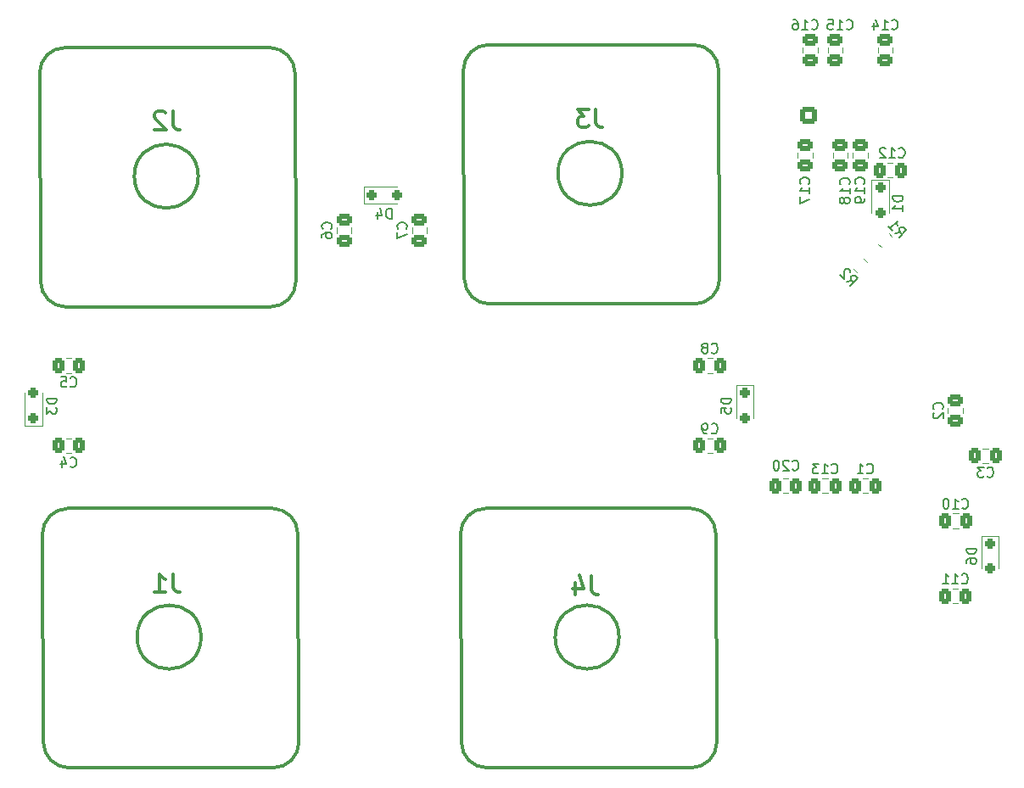
<source format=gbo>
G04 #@! TF.GenerationSoftware,KiCad,Pcbnew,7.0.1*
G04 #@! TF.CreationDate,2023-05-14T23:30:35+02:00*
G04 #@! TF.ProjectId,K_relay,4b5f7265-6c61-4792-9e6b-696361645f70,rev?*
G04 #@! TF.SameCoordinates,Original*
G04 #@! TF.FileFunction,Legend,Bot*
G04 #@! TF.FilePolarity,Positive*
%FSLAX46Y46*%
G04 Gerber Fmt 4.6, Leading zero omitted, Abs format (unit mm)*
G04 Created by KiCad (PCBNEW 7.0.1) date 2023-05-14 23:30:35*
%MOMM*%
%LPD*%
G01*
G04 APERTURE LIST*
G04 Aperture macros list*
%AMRoundRect*
0 Rectangle with rounded corners*
0 $1 Rounding radius*
0 $2 $3 $4 $5 $6 $7 $8 $9 X,Y pos of 4 corners*
0 Add a 4 corners polygon primitive as box body*
4,1,4,$2,$3,$4,$5,$6,$7,$8,$9,$2,$3,0*
0 Add four circle primitives for the rounded corners*
1,1,$1+$1,$2,$3*
1,1,$1+$1,$4,$5*
1,1,$1+$1,$6,$7*
1,1,$1+$1,$8,$9*
0 Add four rect primitives between the rounded corners*
20,1,$1+$1,$2,$3,$4,$5,0*
20,1,$1+$1,$4,$5,$6,$7,0*
20,1,$1+$1,$6,$7,$8,$9,0*
20,1,$1+$1,$8,$9,$2,$3,0*%
G04 Aperture macros list end*
%ADD10C,0.150000*%
%ADD11C,0.370000*%
%ADD12C,0.120000*%
%ADD13C,0.300000*%
%ADD14R,1.950000X1.950000*%
%ADD15C,3.600000*%
%ADD16C,1.803400*%
%ADD17R,1.500000X1.500000*%
%ADD18C,1.500000*%
%ADD19C,1.998980*%
%ADD20C,2.499360*%
%ADD21RoundRect,0.250000X0.600000X-0.600000X0.600000X0.600000X-0.600000X0.600000X-0.600000X-0.600000X0*%
%ADD22C,1.700000*%
%ADD23RoundRect,0.250000X-0.337500X-0.475000X0.337500X-0.475000X0.337500X0.475000X-0.337500X0.475000X0*%
%ADD24RoundRect,0.250000X0.250000X-0.250000X0.250000X0.250000X-0.250000X0.250000X-0.250000X-0.250000X0*%
%ADD25RoundRect,0.250000X-0.250000X0.250000X-0.250000X-0.250000X0.250000X-0.250000X0.250000X0.250000X0*%
%ADD26RoundRect,0.250000X-0.250000X-0.250000X0.250000X-0.250000X0.250000X0.250000X-0.250000X0.250000X0*%
%ADD27RoundRect,0.250000X0.337500X0.475000X-0.337500X0.475000X-0.337500X-0.475000X0.337500X-0.475000X0*%
%ADD28C,6.000000*%
%ADD29RoundRect,0.250000X-0.475000X0.337500X-0.475000X-0.337500X0.475000X-0.337500X0.475000X0.337500X0*%
%ADD30RoundRect,0.250000X0.565685X0.070711X0.070711X0.565685X-0.565685X-0.070711X-0.070711X-0.565685X0*%
%ADD31RoundRect,0.250000X0.475000X-0.337500X0.475000X0.337500X-0.475000X0.337500X-0.475000X-0.337500X0*%
%ADD32RoundRect,0.250000X-0.565685X-0.070711X-0.070711X-0.565685X0.565685X0.070711X0.070711X0.565685X0*%
G04 APERTURE END LIST*
D10*
X231242857Y-90367380D02*
X231290476Y-90415000D01*
X231290476Y-90415000D02*
X231433333Y-90462619D01*
X231433333Y-90462619D02*
X231528571Y-90462619D01*
X231528571Y-90462619D02*
X231671428Y-90415000D01*
X231671428Y-90415000D02*
X231766666Y-90319761D01*
X231766666Y-90319761D02*
X231814285Y-90224523D01*
X231814285Y-90224523D02*
X231861904Y-90034047D01*
X231861904Y-90034047D02*
X231861904Y-89891190D01*
X231861904Y-89891190D02*
X231814285Y-89700714D01*
X231814285Y-89700714D02*
X231766666Y-89605476D01*
X231766666Y-89605476D02*
X231671428Y-89510238D01*
X231671428Y-89510238D02*
X231528571Y-89462619D01*
X231528571Y-89462619D02*
X231433333Y-89462619D01*
X231433333Y-89462619D02*
X231290476Y-89510238D01*
X231290476Y-89510238D02*
X231242857Y-89557857D01*
X230861904Y-89557857D02*
X230814285Y-89510238D01*
X230814285Y-89510238D02*
X230719047Y-89462619D01*
X230719047Y-89462619D02*
X230480952Y-89462619D01*
X230480952Y-89462619D02*
X230385714Y-89510238D01*
X230385714Y-89510238D02*
X230338095Y-89557857D01*
X230338095Y-89557857D02*
X230290476Y-89653095D01*
X230290476Y-89653095D02*
X230290476Y-89748333D01*
X230290476Y-89748333D02*
X230338095Y-89891190D01*
X230338095Y-89891190D02*
X230909523Y-90462619D01*
X230909523Y-90462619D02*
X230290476Y-90462619D01*
X229671428Y-89462619D02*
X229576190Y-89462619D01*
X229576190Y-89462619D02*
X229480952Y-89510238D01*
X229480952Y-89510238D02*
X229433333Y-89557857D01*
X229433333Y-89557857D02*
X229385714Y-89653095D01*
X229385714Y-89653095D02*
X229338095Y-89843571D01*
X229338095Y-89843571D02*
X229338095Y-90081666D01*
X229338095Y-90081666D02*
X229385714Y-90272142D01*
X229385714Y-90272142D02*
X229433333Y-90367380D01*
X229433333Y-90367380D02*
X229480952Y-90415000D01*
X229480952Y-90415000D02*
X229576190Y-90462619D01*
X229576190Y-90462619D02*
X229671428Y-90462619D01*
X229671428Y-90462619D02*
X229766666Y-90415000D01*
X229766666Y-90415000D02*
X229814285Y-90367380D01*
X229814285Y-90367380D02*
X229861904Y-90272142D01*
X229861904Y-90272142D02*
X229909523Y-90081666D01*
X229909523Y-90081666D02*
X229909523Y-89843571D01*
X229909523Y-89843571D02*
X229861904Y-89653095D01*
X229861904Y-89653095D02*
X229814285Y-89557857D01*
X229814285Y-89557857D02*
X229766666Y-89510238D01*
X229766666Y-89510238D02*
X229671428Y-89462619D01*
X157812619Y-83261905D02*
X156812619Y-83261905D01*
X156812619Y-83261905D02*
X156812619Y-83500000D01*
X156812619Y-83500000D02*
X156860238Y-83642857D01*
X156860238Y-83642857D02*
X156955476Y-83738095D01*
X156955476Y-83738095D02*
X157050714Y-83785714D01*
X157050714Y-83785714D02*
X157241190Y-83833333D01*
X157241190Y-83833333D02*
X157384047Y-83833333D01*
X157384047Y-83833333D02*
X157574523Y-83785714D01*
X157574523Y-83785714D02*
X157669761Y-83738095D01*
X157669761Y-83738095D02*
X157765000Y-83642857D01*
X157765000Y-83642857D02*
X157812619Y-83500000D01*
X157812619Y-83500000D02*
X157812619Y-83261905D01*
X156812619Y-84166667D02*
X156812619Y-84785714D01*
X156812619Y-84785714D02*
X157193571Y-84452381D01*
X157193571Y-84452381D02*
X157193571Y-84595238D01*
X157193571Y-84595238D02*
X157241190Y-84690476D01*
X157241190Y-84690476D02*
X157288809Y-84738095D01*
X157288809Y-84738095D02*
X157384047Y-84785714D01*
X157384047Y-84785714D02*
X157622142Y-84785714D01*
X157622142Y-84785714D02*
X157717380Y-84738095D01*
X157717380Y-84738095D02*
X157765000Y-84690476D01*
X157765000Y-84690476D02*
X157812619Y-84595238D01*
X157812619Y-84595238D02*
X157812619Y-84309524D01*
X157812619Y-84309524D02*
X157765000Y-84214286D01*
X157765000Y-84214286D02*
X157717380Y-84166667D01*
X249612619Y-98261905D02*
X248612619Y-98261905D01*
X248612619Y-98261905D02*
X248612619Y-98500000D01*
X248612619Y-98500000D02*
X248660238Y-98642857D01*
X248660238Y-98642857D02*
X248755476Y-98738095D01*
X248755476Y-98738095D02*
X248850714Y-98785714D01*
X248850714Y-98785714D02*
X249041190Y-98833333D01*
X249041190Y-98833333D02*
X249184047Y-98833333D01*
X249184047Y-98833333D02*
X249374523Y-98785714D01*
X249374523Y-98785714D02*
X249469761Y-98738095D01*
X249469761Y-98738095D02*
X249565000Y-98642857D01*
X249565000Y-98642857D02*
X249612619Y-98500000D01*
X249612619Y-98500000D02*
X249612619Y-98261905D01*
X248612619Y-99690476D02*
X248612619Y-99500000D01*
X248612619Y-99500000D02*
X248660238Y-99404762D01*
X248660238Y-99404762D02*
X248707857Y-99357143D01*
X248707857Y-99357143D02*
X248850714Y-99261905D01*
X248850714Y-99261905D02*
X249041190Y-99214286D01*
X249041190Y-99214286D02*
X249422142Y-99214286D01*
X249422142Y-99214286D02*
X249517380Y-99261905D01*
X249517380Y-99261905D02*
X249565000Y-99309524D01*
X249565000Y-99309524D02*
X249612619Y-99404762D01*
X249612619Y-99404762D02*
X249612619Y-99595238D01*
X249612619Y-99595238D02*
X249565000Y-99690476D01*
X249565000Y-99690476D02*
X249517380Y-99738095D01*
X249517380Y-99738095D02*
X249422142Y-99785714D01*
X249422142Y-99785714D02*
X249184047Y-99785714D01*
X249184047Y-99785714D02*
X249088809Y-99738095D01*
X249088809Y-99738095D02*
X249041190Y-99690476D01*
X249041190Y-99690476D02*
X248993571Y-99595238D01*
X248993571Y-99595238D02*
X248993571Y-99404762D01*
X248993571Y-99404762D02*
X249041190Y-99309524D01*
X249041190Y-99309524D02*
X249088809Y-99261905D01*
X249088809Y-99261905D02*
X249184047Y-99214286D01*
X191238094Y-65312619D02*
X191238094Y-64312619D01*
X191238094Y-64312619D02*
X190999999Y-64312619D01*
X190999999Y-64312619D02*
X190857142Y-64360238D01*
X190857142Y-64360238D02*
X190761904Y-64455476D01*
X190761904Y-64455476D02*
X190714285Y-64550714D01*
X190714285Y-64550714D02*
X190666666Y-64741190D01*
X190666666Y-64741190D02*
X190666666Y-64884047D01*
X190666666Y-64884047D02*
X190714285Y-65074523D01*
X190714285Y-65074523D02*
X190761904Y-65169761D01*
X190761904Y-65169761D02*
X190857142Y-65265000D01*
X190857142Y-65265000D02*
X190999999Y-65312619D01*
X190999999Y-65312619D02*
X191238094Y-65312619D01*
X189809523Y-64645952D02*
X189809523Y-65312619D01*
X190047618Y-64265000D02*
X190285713Y-64979285D01*
X190285713Y-64979285D02*
X189666666Y-64979285D01*
X248142857Y-101687380D02*
X248190476Y-101735000D01*
X248190476Y-101735000D02*
X248333333Y-101782619D01*
X248333333Y-101782619D02*
X248428571Y-101782619D01*
X248428571Y-101782619D02*
X248571428Y-101735000D01*
X248571428Y-101735000D02*
X248666666Y-101639761D01*
X248666666Y-101639761D02*
X248714285Y-101544523D01*
X248714285Y-101544523D02*
X248761904Y-101354047D01*
X248761904Y-101354047D02*
X248761904Y-101211190D01*
X248761904Y-101211190D02*
X248714285Y-101020714D01*
X248714285Y-101020714D02*
X248666666Y-100925476D01*
X248666666Y-100925476D02*
X248571428Y-100830238D01*
X248571428Y-100830238D02*
X248428571Y-100782619D01*
X248428571Y-100782619D02*
X248333333Y-100782619D01*
X248333333Y-100782619D02*
X248190476Y-100830238D01*
X248190476Y-100830238D02*
X248142857Y-100877857D01*
X247190476Y-101782619D02*
X247761904Y-101782619D01*
X247476190Y-101782619D02*
X247476190Y-100782619D01*
X247476190Y-100782619D02*
X247571428Y-100925476D01*
X247571428Y-100925476D02*
X247666666Y-101020714D01*
X247666666Y-101020714D02*
X247761904Y-101068333D01*
X246238095Y-101782619D02*
X246809523Y-101782619D01*
X246523809Y-101782619D02*
X246523809Y-100782619D01*
X246523809Y-100782619D02*
X246619047Y-100925476D01*
X246619047Y-100925476D02*
X246714285Y-101020714D01*
X246714285Y-101020714D02*
X246809523Y-101068333D01*
D11*
X169399999Y-54632714D02*
X169399999Y-55918428D01*
X169399999Y-55918428D02*
X169485714Y-56175571D01*
X169485714Y-56175571D02*
X169657142Y-56347000D01*
X169657142Y-56347000D02*
X169914285Y-56432714D01*
X169914285Y-56432714D02*
X170085714Y-56432714D01*
X168628570Y-54804142D02*
X168542856Y-54718428D01*
X168542856Y-54718428D02*
X168371428Y-54632714D01*
X168371428Y-54632714D02*
X167942856Y-54632714D01*
X167942856Y-54632714D02*
X167771428Y-54718428D01*
X167771428Y-54718428D02*
X167685713Y-54804142D01*
X167685713Y-54804142D02*
X167599999Y-54975571D01*
X167599999Y-54975571D02*
X167599999Y-55147000D01*
X167599999Y-55147000D02*
X167685713Y-55404142D01*
X167685713Y-55404142D02*
X168714285Y-56432714D01*
X168714285Y-56432714D02*
X167599999Y-56432714D01*
X211599999Y-54432714D02*
X211599999Y-55718428D01*
X211599999Y-55718428D02*
X211685714Y-55975571D01*
X211685714Y-55975571D02*
X211857142Y-56147000D01*
X211857142Y-56147000D02*
X212114285Y-56232714D01*
X212114285Y-56232714D02*
X212285714Y-56232714D01*
X210914285Y-54432714D02*
X209799999Y-54432714D01*
X209799999Y-54432714D02*
X210399999Y-55118428D01*
X210399999Y-55118428D02*
X210142856Y-55118428D01*
X210142856Y-55118428D02*
X209971428Y-55204142D01*
X209971428Y-55204142D02*
X209885713Y-55289857D01*
X209885713Y-55289857D02*
X209799999Y-55461285D01*
X209799999Y-55461285D02*
X209799999Y-55889857D01*
X209799999Y-55889857D02*
X209885713Y-56061285D01*
X209885713Y-56061285D02*
X209971428Y-56147000D01*
X209971428Y-56147000D02*
X210142856Y-56232714D01*
X210142856Y-56232714D02*
X210657142Y-56232714D01*
X210657142Y-56232714D02*
X210828570Y-56147000D01*
X210828570Y-56147000D02*
X210914285Y-56061285D01*
X211199999Y-101032714D02*
X211199999Y-102318428D01*
X211199999Y-102318428D02*
X211285714Y-102575571D01*
X211285714Y-102575571D02*
X211457142Y-102747000D01*
X211457142Y-102747000D02*
X211714285Y-102832714D01*
X211714285Y-102832714D02*
X211885714Y-102832714D01*
X209571428Y-101632714D02*
X209571428Y-102832714D01*
X209999999Y-100947000D02*
X210428570Y-102232714D01*
X210428570Y-102232714D02*
X209314285Y-102232714D01*
D10*
X238367380Y-61857142D02*
X238415000Y-61809523D01*
X238415000Y-61809523D02*
X238462619Y-61666666D01*
X238462619Y-61666666D02*
X238462619Y-61571428D01*
X238462619Y-61571428D02*
X238415000Y-61428571D01*
X238415000Y-61428571D02*
X238319761Y-61333333D01*
X238319761Y-61333333D02*
X238224523Y-61285714D01*
X238224523Y-61285714D02*
X238034047Y-61238095D01*
X238034047Y-61238095D02*
X237891190Y-61238095D01*
X237891190Y-61238095D02*
X237700714Y-61285714D01*
X237700714Y-61285714D02*
X237605476Y-61333333D01*
X237605476Y-61333333D02*
X237510238Y-61428571D01*
X237510238Y-61428571D02*
X237462619Y-61571428D01*
X237462619Y-61571428D02*
X237462619Y-61666666D01*
X237462619Y-61666666D02*
X237510238Y-61809523D01*
X237510238Y-61809523D02*
X237557857Y-61857142D01*
X238462619Y-62809523D02*
X238462619Y-62238095D01*
X238462619Y-62523809D02*
X237462619Y-62523809D01*
X237462619Y-62523809D02*
X237605476Y-62428571D01*
X237605476Y-62428571D02*
X237700714Y-62333333D01*
X237700714Y-62333333D02*
X237748333Y-62238095D01*
X238462619Y-63285714D02*
X238462619Y-63476190D01*
X238462619Y-63476190D02*
X238415000Y-63571428D01*
X238415000Y-63571428D02*
X238367380Y-63619047D01*
X238367380Y-63619047D02*
X238224523Y-63714285D01*
X238224523Y-63714285D02*
X238034047Y-63761904D01*
X238034047Y-63761904D02*
X237653095Y-63761904D01*
X237653095Y-63761904D02*
X237557857Y-63714285D01*
X237557857Y-63714285D02*
X237510238Y-63666666D01*
X237510238Y-63666666D02*
X237462619Y-63571428D01*
X237462619Y-63571428D02*
X237462619Y-63380952D01*
X237462619Y-63380952D02*
X237510238Y-63285714D01*
X237510238Y-63285714D02*
X237557857Y-63238095D01*
X237557857Y-63238095D02*
X237653095Y-63190476D01*
X237653095Y-63190476D02*
X237891190Y-63190476D01*
X237891190Y-63190476D02*
X237986428Y-63238095D01*
X237986428Y-63238095D02*
X238034047Y-63285714D01*
X238034047Y-63285714D02*
X238081666Y-63380952D01*
X238081666Y-63380952D02*
X238081666Y-63571428D01*
X238081666Y-63571428D02*
X238034047Y-63666666D01*
X238034047Y-63666666D02*
X237986428Y-63714285D01*
X237986428Y-63714285D02*
X237891190Y-63761904D01*
X242262619Y-63061905D02*
X241262619Y-63061905D01*
X241262619Y-63061905D02*
X241262619Y-63300000D01*
X241262619Y-63300000D02*
X241310238Y-63442857D01*
X241310238Y-63442857D02*
X241405476Y-63538095D01*
X241405476Y-63538095D02*
X241500714Y-63585714D01*
X241500714Y-63585714D02*
X241691190Y-63633333D01*
X241691190Y-63633333D02*
X241834047Y-63633333D01*
X241834047Y-63633333D02*
X242024523Y-63585714D01*
X242024523Y-63585714D02*
X242119761Y-63538095D01*
X242119761Y-63538095D02*
X242215000Y-63442857D01*
X242215000Y-63442857D02*
X242262619Y-63300000D01*
X242262619Y-63300000D02*
X242262619Y-63061905D01*
X242262619Y-64585714D02*
X242262619Y-64014286D01*
X242262619Y-64300000D02*
X241262619Y-64300000D01*
X241262619Y-64300000D02*
X241405476Y-64204762D01*
X241405476Y-64204762D02*
X241500714Y-64109524D01*
X241500714Y-64109524D02*
X241548333Y-64014286D01*
X241457455Y-66778245D02*
X242029875Y-66677230D01*
X241861516Y-67182306D02*
X242568623Y-66475200D01*
X242568623Y-66475200D02*
X242299249Y-66205826D01*
X242299249Y-66205826D02*
X242198234Y-66172154D01*
X242198234Y-66172154D02*
X242130890Y-66172154D01*
X242130890Y-66172154D02*
X242029875Y-66205826D01*
X242029875Y-66205826D02*
X241928860Y-66306841D01*
X241928860Y-66306841D02*
X241895188Y-66407856D01*
X241895188Y-66407856D02*
X241895188Y-66475200D01*
X241895188Y-66475200D02*
X241928860Y-66576215D01*
X241928860Y-66576215D02*
X242198234Y-66845589D01*
X240784020Y-66104810D02*
X241188081Y-66508871D01*
X240986051Y-66306841D02*
X241693157Y-65599734D01*
X241693157Y-65599734D02*
X241659486Y-65768093D01*
X241659486Y-65768093D02*
X241659486Y-65902780D01*
X241659486Y-65902780D02*
X241693157Y-66003795D01*
X223166666Y-78687380D02*
X223214285Y-78735000D01*
X223214285Y-78735000D02*
X223357142Y-78782619D01*
X223357142Y-78782619D02*
X223452380Y-78782619D01*
X223452380Y-78782619D02*
X223595237Y-78735000D01*
X223595237Y-78735000D02*
X223690475Y-78639761D01*
X223690475Y-78639761D02*
X223738094Y-78544523D01*
X223738094Y-78544523D02*
X223785713Y-78354047D01*
X223785713Y-78354047D02*
X223785713Y-78211190D01*
X223785713Y-78211190D02*
X223738094Y-78020714D01*
X223738094Y-78020714D02*
X223690475Y-77925476D01*
X223690475Y-77925476D02*
X223595237Y-77830238D01*
X223595237Y-77830238D02*
X223452380Y-77782619D01*
X223452380Y-77782619D02*
X223357142Y-77782619D01*
X223357142Y-77782619D02*
X223214285Y-77830238D01*
X223214285Y-77830238D02*
X223166666Y-77877857D01*
X222595237Y-78211190D02*
X222690475Y-78163571D01*
X222690475Y-78163571D02*
X222738094Y-78115952D01*
X222738094Y-78115952D02*
X222785713Y-78020714D01*
X222785713Y-78020714D02*
X222785713Y-77973095D01*
X222785713Y-77973095D02*
X222738094Y-77877857D01*
X222738094Y-77877857D02*
X222690475Y-77830238D01*
X222690475Y-77830238D02*
X222595237Y-77782619D01*
X222595237Y-77782619D02*
X222404761Y-77782619D01*
X222404761Y-77782619D02*
X222309523Y-77830238D01*
X222309523Y-77830238D02*
X222261904Y-77877857D01*
X222261904Y-77877857D02*
X222214285Y-77973095D01*
X222214285Y-77973095D02*
X222214285Y-78020714D01*
X222214285Y-78020714D02*
X222261904Y-78115952D01*
X222261904Y-78115952D02*
X222309523Y-78163571D01*
X222309523Y-78163571D02*
X222404761Y-78211190D01*
X222404761Y-78211190D02*
X222595237Y-78211190D01*
X222595237Y-78211190D02*
X222690475Y-78258809D01*
X222690475Y-78258809D02*
X222738094Y-78306428D01*
X222738094Y-78306428D02*
X222785713Y-78401666D01*
X222785713Y-78401666D02*
X222785713Y-78592142D01*
X222785713Y-78592142D02*
X222738094Y-78687380D01*
X222738094Y-78687380D02*
X222690475Y-78735000D01*
X222690475Y-78735000D02*
X222595237Y-78782619D01*
X222595237Y-78782619D02*
X222404761Y-78782619D01*
X222404761Y-78782619D02*
X222309523Y-78735000D01*
X222309523Y-78735000D02*
X222261904Y-78687380D01*
X222261904Y-78687380D02*
X222214285Y-78592142D01*
X222214285Y-78592142D02*
X222214285Y-78401666D01*
X222214285Y-78401666D02*
X222261904Y-78306428D01*
X222261904Y-78306428D02*
X222309523Y-78258809D01*
X222309523Y-78258809D02*
X222404761Y-78211190D01*
X223166666Y-86687380D02*
X223214285Y-86735000D01*
X223214285Y-86735000D02*
X223357142Y-86782619D01*
X223357142Y-86782619D02*
X223452380Y-86782619D01*
X223452380Y-86782619D02*
X223595237Y-86735000D01*
X223595237Y-86735000D02*
X223690475Y-86639761D01*
X223690475Y-86639761D02*
X223738094Y-86544523D01*
X223738094Y-86544523D02*
X223785713Y-86354047D01*
X223785713Y-86354047D02*
X223785713Y-86211190D01*
X223785713Y-86211190D02*
X223738094Y-86020714D01*
X223738094Y-86020714D02*
X223690475Y-85925476D01*
X223690475Y-85925476D02*
X223595237Y-85830238D01*
X223595237Y-85830238D02*
X223452380Y-85782619D01*
X223452380Y-85782619D02*
X223357142Y-85782619D01*
X223357142Y-85782619D02*
X223214285Y-85830238D01*
X223214285Y-85830238D02*
X223166666Y-85877857D01*
X222690475Y-86782619D02*
X222499999Y-86782619D01*
X222499999Y-86782619D02*
X222404761Y-86735000D01*
X222404761Y-86735000D02*
X222357142Y-86687380D01*
X222357142Y-86687380D02*
X222261904Y-86544523D01*
X222261904Y-86544523D02*
X222214285Y-86354047D01*
X222214285Y-86354047D02*
X222214285Y-85973095D01*
X222214285Y-85973095D02*
X222261904Y-85877857D01*
X222261904Y-85877857D02*
X222309523Y-85830238D01*
X222309523Y-85830238D02*
X222404761Y-85782619D01*
X222404761Y-85782619D02*
X222595237Y-85782619D01*
X222595237Y-85782619D02*
X222690475Y-85830238D01*
X222690475Y-85830238D02*
X222738094Y-85877857D01*
X222738094Y-85877857D02*
X222785713Y-85973095D01*
X222785713Y-85973095D02*
X222785713Y-86211190D01*
X222785713Y-86211190D02*
X222738094Y-86306428D01*
X222738094Y-86306428D02*
X222690475Y-86354047D01*
X222690475Y-86354047D02*
X222595237Y-86401666D01*
X222595237Y-86401666D02*
X222404761Y-86401666D01*
X222404761Y-86401666D02*
X222309523Y-86354047D01*
X222309523Y-86354047D02*
X222261904Y-86306428D01*
X222261904Y-86306428D02*
X222214285Y-86211190D01*
X241142857Y-46367380D02*
X241190476Y-46415000D01*
X241190476Y-46415000D02*
X241333333Y-46462619D01*
X241333333Y-46462619D02*
X241428571Y-46462619D01*
X241428571Y-46462619D02*
X241571428Y-46415000D01*
X241571428Y-46415000D02*
X241666666Y-46319761D01*
X241666666Y-46319761D02*
X241714285Y-46224523D01*
X241714285Y-46224523D02*
X241761904Y-46034047D01*
X241761904Y-46034047D02*
X241761904Y-45891190D01*
X241761904Y-45891190D02*
X241714285Y-45700714D01*
X241714285Y-45700714D02*
X241666666Y-45605476D01*
X241666666Y-45605476D02*
X241571428Y-45510238D01*
X241571428Y-45510238D02*
X241428571Y-45462619D01*
X241428571Y-45462619D02*
X241333333Y-45462619D01*
X241333333Y-45462619D02*
X241190476Y-45510238D01*
X241190476Y-45510238D02*
X241142857Y-45557857D01*
X240190476Y-46462619D02*
X240761904Y-46462619D01*
X240476190Y-46462619D02*
X240476190Y-45462619D01*
X240476190Y-45462619D02*
X240571428Y-45605476D01*
X240571428Y-45605476D02*
X240666666Y-45700714D01*
X240666666Y-45700714D02*
X240761904Y-45748333D01*
X239333333Y-45795952D02*
X239333333Y-46462619D01*
X239571428Y-45415000D02*
X239809523Y-46129285D01*
X239809523Y-46129285D02*
X239190476Y-46129285D01*
X236624003Y-71611697D02*
X237196423Y-71510682D01*
X237028064Y-72015758D02*
X237735171Y-71308652D01*
X237735171Y-71308652D02*
X237465797Y-71039278D01*
X237465797Y-71039278D02*
X237364782Y-71005606D01*
X237364782Y-71005606D02*
X237297438Y-71005606D01*
X237297438Y-71005606D02*
X237196423Y-71039278D01*
X237196423Y-71039278D02*
X237095408Y-71140293D01*
X237095408Y-71140293D02*
X237061736Y-71241308D01*
X237061736Y-71241308D02*
X237061736Y-71308652D01*
X237061736Y-71308652D02*
X237095408Y-71409667D01*
X237095408Y-71409667D02*
X237364782Y-71679041D01*
X236994392Y-70702560D02*
X236994392Y-70635217D01*
X236994392Y-70635217D02*
X236960721Y-70534201D01*
X236960721Y-70534201D02*
X236792362Y-70365843D01*
X236792362Y-70365843D02*
X236691347Y-70332171D01*
X236691347Y-70332171D02*
X236624003Y-70332171D01*
X236624003Y-70332171D02*
X236522988Y-70365843D01*
X236522988Y-70365843D02*
X236455644Y-70433186D01*
X236455644Y-70433186D02*
X236388301Y-70567873D01*
X236388301Y-70567873D02*
X236388301Y-71375995D01*
X236388301Y-71375995D02*
X235950568Y-70938262D01*
X238666666Y-90687380D02*
X238714285Y-90735000D01*
X238714285Y-90735000D02*
X238857142Y-90782619D01*
X238857142Y-90782619D02*
X238952380Y-90782619D01*
X238952380Y-90782619D02*
X239095237Y-90735000D01*
X239095237Y-90735000D02*
X239190475Y-90639761D01*
X239190475Y-90639761D02*
X239238094Y-90544523D01*
X239238094Y-90544523D02*
X239285713Y-90354047D01*
X239285713Y-90354047D02*
X239285713Y-90211190D01*
X239285713Y-90211190D02*
X239238094Y-90020714D01*
X239238094Y-90020714D02*
X239190475Y-89925476D01*
X239190475Y-89925476D02*
X239095237Y-89830238D01*
X239095237Y-89830238D02*
X238952380Y-89782619D01*
X238952380Y-89782619D02*
X238857142Y-89782619D01*
X238857142Y-89782619D02*
X238714285Y-89830238D01*
X238714285Y-89830238D02*
X238666666Y-89877857D01*
X237714285Y-90782619D02*
X238285713Y-90782619D01*
X237999999Y-90782619D02*
X237999999Y-89782619D01*
X237999999Y-89782619D02*
X238095237Y-89925476D01*
X238095237Y-89925476D02*
X238190475Y-90020714D01*
X238190475Y-90020714D02*
X238285713Y-90068333D01*
X248180357Y-94187380D02*
X248227976Y-94235000D01*
X248227976Y-94235000D02*
X248370833Y-94282619D01*
X248370833Y-94282619D02*
X248466071Y-94282619D01*
X248466071Y-94282619D02*
X248608928Y-94235000D01*
X248608928Y-94235000D02*
X248704166Y-94139761D01*
X248704166Y-94139761D02*
X248751785Y-94044523D01*
X248751785Y-94044523D02*
X248799404Y-93854047D01*
X248799404Y-93854047D02*
X248799404Y-93711190D01*
X248799404Y-93711190D02*
X248751785Y-93520714D01*
X248751785Y-93520714D02*
X248704166Y-93425476D01*
X248704166Y-93425476D02*
X248608928Y-93330238D01*
X248608928Y-93330238D02*
X248466071Y-93282619D01*
X248466071Y-93282619D02*
X248370833Y-93282619D01*
X248370833Y-93282619D02*
X248227976Y-93330238D01*
X248227976Y-93330238D02*
X248180357Y-93377857D01*
X247227976Y-94282619D02*
X247799404Y-94282619D01*
X247513690Y-94282619D02*
X247513690Y-93282619D01*
X247513690Y-93282619D02*
X247608928Y-93425476D01*
X247608928Y-93425476D02*
X247704166Y-93520714D01*
X247704166Y-93520714D02*
X247799404Y-93568333D01*
X246608928Y-93282619D02*
X246513690Y-93282619D01*
X246513690Y-93282619D02*
X246418452Y-93330238D01*
X246418452Y-93330238D02*
X246370833Y-93377857D01*
X246370833Y-93377857D02*
X246323214Y-93473095D01*
X246323214Y-93473095D02*
X246275595Y-93663571D01*
X246275595Y-93663571D02*
X246275595Y-93901666D01*
X246275595Y-93901666D02*
X246323214Y-94092142D01*
X246323214Y-94092142D02*
X246370833Y-94187380D01*
X246370833Y-94187380D02*
X246418452Y-94235000D01*
X246418452Y-94235000D02*
X246513690Y-94282619D01*
X246513690Y-94282619D02*
X246608928Y-94282619D01*
X246608928Y-94282619D02*
X246704166Y-94235000D01*
X246704166Y-94235000D02*
X246751785Y-94187380D01*
X246751785Y-94187380D02*
X246799404Y-94092142D01*
X246799404Y-94092142D02*
X246847023Y-93901666D01*
X246847023Y-93901666D02*
X246847023Y-93663571D01*
X246847023Y-93663571D02*
X246799404Y-93473095D01*
X246799404Y-93473095D02*
X246751785Y-93377857D01*
X246751785Y-93377857D02*
X246704166Y-93330238D01*
X246704166Y-93330238D02*
X246608928Y-93282619D01*
X250666666Y-91047380D02*
X250714285Y-91095000D01*
X250714285Y-91095000D02*
X250857142Y-91142619D01*
X250857142Y-91142619D02*
X250952380Y-91142619D01*
X250952380Y-91142619D02*
X251095237Y-91095000D01*
X251095237Y-91095000D02*
X251190475Y-90999761D01*
X251190475Y-90999761D02*
X251238094Y-90904523D01*
X251238094Y-90904523D02*
X251285713Y-90714047D01*
X251285713Y-90714047D02*
X251285713Y-90571190D01*
X251285713Y-90571190D02*
X251238094Y-90380714D01*
X251238094Y-90380714D02*
X251190475Y-90285476D01*
X251190475Y-90285476D02*
X251095237Y-90190238D01*
X251095237Y-90190238D02*
X250952380Y-90142619D01*
X250952380Y-90142619D02*
X250857142Y-90142619D01*
X250857142Y-90142619D02*
X250714285Y-90190238D01*
X250714285Y-90190238D02*
X250666666Y-90237857D01*
X250333332Y-90142619D02*
X249714285Y-90142619D01*
X249714285Y-90142619D02*
X250047618Y-90523571D01*
X250047618Y-90523571D02*
X249904761Y-90523571D01*
X249904761Y-90523571D02*
X249809523Y-90571190D01*
X249809523Y-90571190D02*
X249761904Y-90618809D01*
X249761904Y-90618809D02*
X249714285Y-90714047D01*
X249714285Y-90714047D02*
X249714285Y-90952142D01*
X249714285Y-90952142D02*
X249761904Y-91047380D01*
X249761904Y-91047380D02*
X249809523Y-91095000D01*
X249809523Y-91095000D02*
X249904761Y-91142619D01*
X249904761Y-91142619D02*
X250190475Y-91142619D01*
X250190475Y-91142619D02*
X250285713Y-91095000D01*
X250285713Y-91095000D02*
X250333332Y-91047380D01*
X159166666Y-90047380D02*
X159214285Y-90095000D01*
X159214285Y-90095000D02*
X159357142Y-90142619D01*
X159357142Y-90142619D02*
X159452380Y-90142619D01*
X159452380Y-90142619D02*
X159595237Y-90095000D01*
X159595237Y-90095000D02*
X159690475Y-89999761D01*
X159690475Y-89999761D02*
X159738094Y-89904523D01*
X159738094Y-89904523D02*
X159785713Y-89714047D01*
X159785713Y-89714047D02*
X159785713Y-89571190D01*
X159785713Y-89571190D02*
X159738094Y-89380714D01*
X159738094Y-89380714D02*
X159690475Y-89285476D01*
X159690475Y-89285476D02*
X159595237Y-89190238D01*
X159595237Y-89190238D02*
X159452380Y-89142619D01*
X159452380Y-89142619D02*
X159357142Y-89142619D01*
X159357142Y-89142619D02*
X159214285Y-89190238D01*
X159214285Y-89190238D02*
X159166666Y-89237857D01*
X158309523Y-89475952D02*
X158309523Y-90142619D01*
X158547618Y-89095000D02*
X158785713Y-89809285D01*
X158785713Y-89809285D02*
X158166666Y-89809285D01*
X233142857Y-46367380D02*
X233190476Y-46415000D01*
X233190476Y-46415000D02*
X233333333Y-46462619D01*
X233333333Y-46462619D02*
X233428571Y-46462619D01*
X233428571Y-46462619D02*
X233571428Y-46415000D01*
X233571428Y-46415000D02*
X233666666Y-46319761D01*
X233666666Y-46319761D02*
X233714285Y-46224523D01*
X233714285Y-46224523D02*
X233761904Y-46034047D01*
X233761904Y-46034047D02*
X233761904Y-45891190D01*
X233761904Y-45891190D02*
X233714285Y-45700714D01*
X233714285Y-45700714D02*
X233666666Y-45605476D01*
X233666666Y-45605476D02*
X233571428Y-45510238D01*
X233571428Y-45510238D02*
X233428571Y-45462619D01*
X233428571Y-45462619D02*
X233333333Y-45462619D01*
X233333333Y-45462619D02*
X233190476Y-45510238D01*
X233190476Y-45510238D02*
X233142857Y-45557857D01*
X232190476Y-46462619D02*
X232761904Y-46462619D01*
X232476190Y-46462619D02*
X232476190Y-45462619D01*
X232476190Y-45462619D02*
X232571428Y-45605476D01*
X232571428Y-45605476D02*
X232666666Y-45700714D01*
X232666666Y-45700714D02*
X232761904Y-45748333D01*
X231333333Y-45462619D02*
X231523809Y-45462619D01*
X231523809Y-45462619D02*
X231619047Y-45510238D01*
X231619047Y-45510238D02*
X231666666Y-45557857D01*
X231666666Y-45557857D02*
X231761904Y-45700714D01*
X231761904Y-45700714D02*
X231809523Y-45891190D01*
X231809523Y-45891190D02*
X231809523Y-46272142D01*
X231809523Y-46272142D02*
X231761904Y-46367380D01*
X231761904Y-46367380D02*
X231714285Y-46415000D01*
X231714285Y-46415000D02*
X231619047Y-46462619D01*
X231619047Y-46462619D02*
X231428571Y-46462619D01*
X231428571Y-46462619D02*
X231333333Y-46415000D01*
X231333333Y-46415000D02*
X231285714Y-46367380D01*
X231285714Y-46367380D02*
X231238095Y-46272142D01*
X231238095Y-46272142D02*
X231238095Y-46034047D01*
X231238095Y-46034047D02*
X231285714Y-45938809D01*
X231285714Y-45938809D02*
X231333333Y-45891190D01*
X231333333Y-45891190D02*
X231428571Y-45843571D01*
X231428571Y-45843571D02*
X231619047Y-45843571D01*
X231619047Y-45843571D02*
X231714285Y-45891190D01*
X231714285Y-45891190D02*
X231761904Y-45938809D01*
X231761904Y-45938809D02*
X231809523Y-46034047D01*
X236867380Y-61894642D02*
X236915000Y-61847023D01*
X236915000Y-61847023D02*
X236962619Y-61704166D01*
X236962619Y-61704166D02*
X236962619Y-61608928D01*
X236962619Y-61608928D02*
X236915000Y-61466071D01*
X236915000Y-61466071D02*
X236819761Y-61370833D01*
X236819761Y-61370833D02*
X236724523Y-61323214D01*
X236724523Y-61323214D02*
X236534047Y-61275595D01*
X236534047Y-61275595D02*
X236391190Y-61275595D01*
X236391190Y-61275595D02*
X236200714Y-61323214D01*
X236200714Y-61323214D02*
X236105476Y-61370833D01*
X236105476Y-61370833D02*
X236010238Y-61466071D01*
X236010238Y-61466071D02*
X235962619Y-61608928D01*
X235962619Y-61608928D02*
X235962619Y-61704166D01*
X235962619Y-61704166D02*
X236010238Y-61847023D01*
X236010238Y-61847023D02*
X236057857Y-61894642D01*
X236962619Y-62847023D02*
X236962619Y-62275595D01*
X236962619Y-62561309D02*
X235962619Y-62561309D01*
X235962619Y-62561309D02*
X236105476Y-62466071D01*
X236105476Y-62466071D02*
X236200714Y-62370833D01*
X236200714Y-62370833D02*
X236248333Y-62275595D01*
X236391190Y-63418452D02*
X236343571Y-63323214D01*
X236343571Y-63323214D02*
X236295952Y-63275595D01*
X236295952Y-63275595D02*
X236200714Y-63227976D01*
X236200714Y-63227976D02*
X236153095Y-63227976D01*
X236153095Y-63227976D02*
X236057857Y-63275595D01*
X236057857Y-63275595D02*
X236010238Y-63323214D01*
X236010238Y-63323214D02*
X235962619Y-63418452D01*
X235962619Y-63418452D02*
X235962619Y-63608928D01*
X235962619Y-63608928D02*
X236010238Y-63704166D01*
X236010238Y-63704166D02*
X236057857Y-63751785D01*
X236057857Y-63751785D02*
X236153095Y-63799404D01*
X236153095Y-63799404D02*
X236200714Y-63799404D01*
X236200714Y-63799404D02*
X236295952Y-63751785D01*
X236295952Y-63751785D02*
X236343571Y-63704166D01*
X236343571Y-63704166D02*
X236391190Y-63608928D01*
X236391190Y-63608928D02*
X236391190Y-63418452D01*
X236391190Y-63418452D02*
X236438809Y-63323214D01*
X236438809Y-63323214D02*
X236486428Y-63275595D01*
X236486428Y-63275595D02*
X236581666Y-63227976D01*
X236581666Y-63227976D02*
X236772142Y-63227976D01*
X236772142Y-63227976D02*
X236867380Y-63275595D01*
X236867380Y-63275595D02*
X236915000Y-63323214D01*
X236915000Y-63323214D02*
X236962619Y-63418452D01*
X236962619Y-63418452D02*
X236962619Y-63608928D01*
X236962619Y-63608928D02*
X236915000Y-63704166D01*
X236915000Y-63704166D02*
X236867380Y-63751785D01*
X236867380Y-63751785D02*
X236772142Y-63799404D01*
X236772142Y-63799404D02*
X236581666Y-63799404D01*
X236581666Y-63799404D02*
X236486428Y-63751785D01*
X236486428Y-63751785D02*
X236438809Y-63704166D01*
X236438809Y-63704166D02*
X236391190Y-63608928D01*
X241842857Y-59167380D02*
X241890476Y-59215000D01*
X241890476Y-59215000D02*
X242033333Y-59262619D01*
X242033333Y-59262619D02*
X242128571Y-59262619D01*
X242128571Y-59262619D02*
X242271428Y-59215000D01*
X242271428Y-59215000D02*
X242366666Y-59119761D01*
X242366666Y-59119761D02*
X242414285Y-59024523D01*
X242414285Y-59024523D02*
X242461904Y-58834047D01*
X242461904Y-58834047D02*
X242461904Y-58691190D01*
X242461904Y-58691190D02*
X242414285Y-58500714D01*
X242414285Y-58500714D02*
X242366666Y-58405476D01*
X242366666Y-58405476D02*
X242271428Y-58310238D01*
X242271428Y-58310238D02*
X242128571Y-58262619D01*
X242128571Y-58262619D02*
X242033333Y-58262619D01*
X242033333Y-58262619D02*
X241890476Y-58310238D01*
X241890476Y-58310238D02*
X241842857Y-58357857D01*
X240890476Y-59262619D02*
X241461904Y-59262619D01*
X241176190Y-59262619D02*
X241176190Y-58262619D01*
X241176190Y-58262619D02*
X241271428Y-58405476D01*
X241271428Y-58405476D02*
X241366666Y-58500714D01*
X241366666Y-58500714D02*
X241461904Y-58548333D01*
X240509523Y-58357857D02*
X240461904Y-58310238D01*
X240461904Y-58310238D02*
X240366666Y-58262619D01*
X240366666Y-58262619D02*
X240128571Y-58262619D01*
X240128571Y-58262619D02*
X240033333Y-58310238D01*
X240033333Y-58310238D02*
X239985714Y-58357857D01*
X239985714Y-58357857D02*
X239938095Y-58453095D01*
X239938095Y-58453095D02*
X239938095Y-58548333D01*
X239938095Y-58548333D02*
X239985714Y-58691190D01*
X239985714Y-58691190D02*
X240557142Y-59262619D01*
X240557142Y-59262619D02*
X239938095Y-59262619D01*
X236642857Y-46367380D02*
X236690476Y-46415000D01*
X236690476Y-46415000D02*
X236833333Y-46462619D01*
X236833333Y-46462619D02*
X236928571Y-46462619D01*
X236928571Y-46462619D02*
X237071428Y-46415000D01*
X237071428Y-46415000D02*
X237166666Y-46319761D01*
X237166666Y-46319761D02*
X237214285Y-46224523D01*
X237214285Y-46224523D02*
X237261904Y-46034047D01*
X237261904Y-46034047D02*
X237261904Y-45891190D01*
X237261904Y-45891190D02*
X237214285Y-45700714D01*
X237214285Y-45700714D02*
X237166666Y-45605476D01*
X237166666Y-45605476D02*
X237071428Y-45510238D01*
X237071428Y-45510238D02*
X236928571Y-45462619D01*
X236928571Y-45462619D02*
X236833333Y-45462619D01*
X236833333Y-45462619D02*
X236690476Y-45510238D01*
X236690476Y-45510238D02*
X236642857Y-45557857D01*
X235690476Y-46462619D02*
X236261904Y-46462619D01*
X235976190Y-46462619D02*
X235976190Y-45462619D01*
X235976190Y-45462619D02*
X236071428Y-45605476D01*
X236071428Y-45605476D02*
X236166666Y-45700714D01*
X236166666Y-45700714D02*
X236261904Y-45748333D01*
X234785714Y-45462619D02*
X235261904Y-45462619D01*
X235261904Y-45462619D02*
X235309523Y-45938809D01*
X235309523Y-45938809D02*
X235261904Y-45891190D01*
X235261904Y-45891190D02*
X235166666Y-45843571D01*
X235166666Y-45843571D02*
X234928571Y-45843571D01*
X234928571Y-45843571D02*
X234833333Y-45891190D01*
X234833333Y-45891190D02*
X234785714Y-45938809D01*
X234785714Y-45938809D02*
X234738095Y-46034047D01*
X234738095Y-46034047D02*
X234738095Y-46272142D01*
X234738095Y-46272142D02*
X234785714Y-46367380D01*
X234785714Y-46367380D02*
X234833333Y-46415000D01*
X234833333Y-46415000D02*
X234928571Y-46462619D01*
X234928571Y-46462619D02*
X235166666Y-46462619D01*
X235166666Y-46462619D02*
X235261904Y-46415000D01*
X235261904Y-46415000D02*
X235309523Y-46367380D01*
X232867380Y-61857142D02*
X232915000Y-61809523D01*
X232915000Y-61809523D02*
X232962619Y-61666666D01*
X232962619Y-61666666D02*
X232962619Y-61571428D01*
X232962619Y-61571428D02*
X232915000Y-61428571D01*
X232915000Y-61428571D02*
X232819761Y-61333333D01*
X232819761Y-61333333D02*
X232724523Y-61285714D01*
X232724523Y-61285714D02*
X232534047Y-61238095D01*
X232534047Y-61238095D02*
X232391190Y-61238095D01*
X232391190Y-61238095D02*
X232200714Y-61285714D01*
X232200714Y-61285714D02*
X232105476Y-61333333D01*
X232105476Y-61333333D02*
X232010238Y-61428571D01*
X232010238Y-61428571D02*
X231962619Y-61571428D01*
X231962619Y-61571428D02*
X231962619Y-61666666D01*
X231962619Y-61666666D02*
X232010238Y-61809523D01*
X232010238Y-61809523D02*
X232057857Y-61857142D01*
X232962619Y-62809523D02*
X232962619Y-62238095D01*
X232962619Y-62523809D02*
X231962619Y-62523809D01*
X231962619Y-62523809D02*
X232105476Y-62428571D01*
X232105476Y-62428571D02*
X232200714Y-62333333D01*
X232200714Y-62333333D02*
X232248333Y-62238095D01*
X231962619Y-63142857D02*
X231962619Y-63809523D01*
X231962619Y-63809523D02*
X232962619Y-63380952D01*
X225112619Y-83261905D02*
X224112619Y-83261905D01*
X224112619Y-83261905D02*
X224112619Y-83500000D01*
X224112619Y-83500000D02*
X224160238Y-83642857D01*
X224160238Y-83642857D02*
X224255476Y-83738095D01*
X224255476Y-83738095D02*
X224350714Y-83785714D01*
X224350714Y-83785714D02*
X224541190Y-83833333D01*
X224541190Y-83833333D02*
X224684047Y-83833333D01*
X224684047Y-83833333D02*
X224874523Y-83785714D01*
X224874523Y-83785714D02*
X224969761Y-83738095D01*
X224969761Y-83738095D02*
X225065000Y-83642857D01*
X225065000Y-83642857D02*
X225112619Y-83500000D01*
X225112619Y-83500000D02*
X225112619Y-83261905D01*
X224112619Y-84738095D02*
X224112619Y-84261905D01*
X224112619Y-84261905D02*
X224588809Y-84214286D01*
X224588809Y-84214286D02*
X224541190Y-84261905D01*
X224541190Y-84261905D02*
X224493571Y-84357143D01*
X224493571Y-84357143D02*
X224493571Y-84595238D01*
X224493571Y-84595238D02*
X224541190Y-84690476D01*
X224541190Y-84690476D02*
X224588809Y-84738095D01*
X224588809Y-84738095D02*
X224684047Y-84785714D01*
X224684047Y-84785714D02*
X224922142Y-84785714D01*
X224922142Y-84785714D02*
X225017380Y-84738095D01*
X225017380Y-84738095D02*
X225065000Y-84690476D01*
X225065000Y-84690476D02*
X225112619Y-84595238D01*
X225112619Y-84595238D02*
X225112619Y-84357143D01*
X225112619Y-84357143D02*
X225065000Y-84261905D01*
X225065000Y-84261905D02*
X225017380Y-84214286D01*
X246187380Y-84333333D02*
X246235000Y-84285714D01*
X246235000Y-84285714D02*
X246282619Y-84142857D01*
X246282619Y-84142857D02*
X246282619Y-84047619D01*
X246282619Y-84047619D02*
X246235000Y-83904762D01*
X246235000Y-83904762D02*
X246139761Y-83809524D01*
X246139761Y-83809524D02*
X246044523Y-83761905D01*
X246044523Y-83761905D02*
X245854047Y-83714286D01*
X245854047Y-83714286D02*
X245711190Y-83714286D01*
X245711190Y-83714286D02*
X245520714Y-83761905D01*
X245520714Y-83761905D02*
X245425476Y-83809524D01*
X245425476Y-83809524D02*
X245330238Y-83904762D01*
X245330238Y-83904762D02*
X245282619Y-84047619D01*
X245282619Y-84047619D02*
X245282619Y-84142857D01*
X245282619Y-84142857D02*
X245330238Y-84285714D01*
X245330238Y-84285714D02*
X245377857Y-84333333D01*
X245377857Y-84714286D02*
X245330238Y-84761905D01*
X245330238Y-84761905D02*
X245282619Y-84857143D01*
X245282619Y-84857143D02*
X245282619Y-85095238D01*
X245282619Y-85095238D02*
X245330238Y-85190476D01*
X245330238Y-85190476D02*
X245377857Y-85238095D01*
X245377857Y-85238095D02*
X245473095Y-85285714D01*
X245473095Y-85285714D02*
X245568333Y-85285714D01*
X245568333Y-85285714D02*
X245711190Y-85238095D01*
X245711190Y-85238095D02*
X246282619Y-84666667D01*
X246282619Y-84666667D02*
X246282619Y-85285714D01*
X159166666Y-82047380D02*
X159214285Y-82095000D01*
X159214285Y-82095000D02*
X159357142Y-82142619D01*
X159357142Y-82142619D02*
X159452380Y-82142619D01*
X159452380Y-82142619D02*
X159595237Y-82095000D01*
X159595237Y-82095000D02*
X159690475Y-81999761D01*
X159690475Y-81999761D02*
X159738094Y-81904523D01*
X159738094Y-81904523D02*
X159785713Y-81714047D01*
X159785713Y-81714047D02*
X159785713Y-81571190D01*
X159785713Y-81571190D02*
X159738094Y-81380714D01*
X159738094Y-81380714D02*
X159690475Y-81285476D01*
X159690475Y-81285476D02*
X159595237Y-81190238D01*
X159595237Y-81190238D02*
X159452380Y-81142619D01*
X159452380Y-81142619D02*
X159357142Y-81142619D01*
X159357142Y-81142619D02*
X159214285Y-81190238D01*
X159214285Y-81190238D02*
X159166666Y-81237857D01*
X158261904Y-81142619D02*
X158738094Y-81142619D01*
X158738094Y-81142619D02*
X158785713Y-81618809D01*
X158785713Y-81618809D02*
X158738094Y-81571190D01*
X158738094Y-81571190D02*
X158642856Y-81523571D01*
X158642856Y-81523571D02*
X158404761Y-81523571D01*
X158404761Y-81523571D02*
X158309523Y-81571190D01*
X158309523Y-81571190D02*
X158261904Y-81618809D01*
X158261904Y-81618809D02*
X158214285Y-81714047D01*
X158214285Y-81714047D02*
X158214285Y-81952142D01*
X158214285Y-81952142D02*
X158261904Y-82047380D01*
X158261904Y-82047380D02*
X158309523Y-82095000D01*
X158309523Y-82095000D02*
X158404761Y-82142619D01*
X158404761Y-82142619D02*
X158642856Y-82142619D01*
X158642856Y-82142619D02*
X158738094Y-82095000D01*
X158738094Y-82095000D02*
X158785713Y-82047380D01*
X185187380Y-66333333D02*
X185235000Y-66285714D01*
X185235000Y-66285714D02*
X185282619Y-66142857D01*
X185282619Y-66142857D02*
X185282619Y-66047619D01*
X185282619Y-66047619D02*
X185235000Y-65904762D01*
X185235000Y-65904762D02*
X185139761Y-65809524D01*
X185139761Y-65809524D02*
X185044523Y-65761905D01*
X185044523Y-65761905D02*
X184854047Y-65714286D01*
X184854047Y-65714286D02*
X184711190Y-65714286D01*
X184711190Y-65714286D02*
X184520714Y-65761905D01*
X184520714Y-65761905D02*
X184425476Y-65809524D01*
X184425476Y-65809524D02*
X184330238Y-65904762D01*
X184330238Y-65904762D02*
X184282619Y-66047619D01*
X184282619Y-66047619D02*
X184282619Y-66142857D01*
X184282619Y-66142857D02*
X184330238Y-66285714D01*
X184330238Y-66285714D02*
X184377857Y-66333333D01*
X184282619Y-67190476D02*
X184282619Y-67000000D01*
X184282619Y-67000000D02*
X184330238Y-66904762D01*
X184330238Y-66904762D02*
X184377857Y-66857143D01*
X184377857Y-66857143D02*
X184520714Y-66761905D01*
X184520714Y-66761905D02*
X184711190Y-66714286D01*
X184711190Y-66714286D02*
X185092142Y-66714286D01*
X185092142Y-66714286D02*
X185187380Y-66761905D01*
X185187380Y-66761905D02*
X185235000Y-66809524D01*
X185235000Y-66809524D02*
X185282619Y-66904762D01*
X185282619Y-66904762D02*
X185282619Y-67095238D01*
X185282619Y-67095238D02*
X185235000Y-67190476D01*
X185235000Y-67190476D02*
X185187380Y-67238095D01*
X185187380Y-67238095D02*
X185092142Y-67285714D01*
X185092142Y-67285714D02*
X184854047Y-67285714D01*
X184854047Y-67285714D02*
X184758809Y-67238095D01*
X184758809Y-67238095D02*
X184711190Y-67190476D01*
X184711190Y-67190476D02*
X184663571Y-67095238D01*
X184663571Y-67095238D02*
X184663571Y-66904762D01*
X184663571Y-66904762D02*
X184711190Y-66809524D01*
X184711190Y-66809524D02*
X184758809Y-66761905D01*
X184758809Y-66761905D02*
X184854047Y-66714286D01*
D11*
X169399999Y-100832714D02*
X169399999Y-102118428D01*
X169399999Y-102118428D02*
X169485714Y-102375571D01*
X169485714Y-102375571D02*
X169657142Y-102547000D01*
X169657142Y-102547000D02*
X169914285Y-102632714D01*
X169914285Y-102632714D02*
X170085714Y-102632714D01*
X167599999Y-102632714D02*
X168628570Y-102632714D01*
X168114285Y-102632714D02*
X168114285Y-100832714D01*
X168114285Y-100832714D02*
X168285713Y-101089857D01*
X168285713Y-101089857D02*
X168457142Y-101261285D01*
X168457142Y-101261285D02*
X168628570Y-101347000D01*
D10*
X192687380Y-66333333D02*
X192735000Y-66285714D01*
X192735000Y-66285714D02*
X192782619Y-66142857D01*
X192782619Y-66142857D02*
X192782619Y-66047619D01*
X192782619Y-66047619D02*
X192735000Y-65904762D01*
X192735000Y-65904762D02*
X192639761Y-65809524D01*
X192639761Y-65809524D02*
X192544523Y-65761905D01*
X192544523Y-65761905D02*
X192354047Y-65714286D01*
X192354047Y-65714286D02*
X192211190Y-65714286D01*
X192211190Y-65714286D02*
X192020714Y-65761905D01*
X192020714Y-65761905D02*
X191925476Y-65809524D01*
X191925476Y-65809524D02*
X191830238Y-65904762D01*
X191830238Y-65904762D02*
X191782619Y-66047619D01*
X191782619Y-66047619D02*
X191782619Y-66142857D01*
X191782619Y-66142857D02*
X191830238Y-66285714D01*
X191830238Y-66285714D02*
X191877857Y-66333333D01*
X191782619Y-66666667D02*
X191782619Y-67333333D01*
X191782619Y-67333333D02*
X192782619Y-66904762D01*
X235142857Y-90687380D02*
X235190476Y-90735000D01*
X235190476Y-90735000D02*
X235333333Y-90782619D01*
X235333333Y-90782619D02*
X235428571Y-90782619D01*
X235428571Y-90782619D02*
X235571428Y-90735000D01*
X235571428Y-90735000D02*
X235666666Y-90639761D01*
X235666666Y-90639761D02*
X235714285Y-90544523D01*
X235714285Y-90544523D02*
X235761904Y-90354047D01*
X235761904Y-90354047D02*
X235761904Y-90211190D01*
X235761904Y-90211190D02*
X235714285Y-90020714D01*
X235714285Y-90020714D02*
X235666666Y-89925476D01*
X235666666Y-89925476D02*
X235571428Y-89830238D01*
X235571428Y-89830238D02*
X235428571Y-89782619D01*
X235428571Y-89782619D02*
X235333333Y-89782619D01*
X235333333Y-89782619D02*
X235190476Y-89830238D01*
X235190476Y-89830238D02*
X235142857Y-89877857D01*
X234190476Y-90782619D02*
X234761904Y-90782619D01*
X234476190Y-90782619D02*
X234476190Y-89782619D01*
X234476190Y-89782619D02*
X234571428Y-89925476D01*
X234571428Y-89925476D02*
X234666666Y-90020714D01*
X234666666Y-90020714D02*
X234761904Y-90068333D01*
X233857142Y-89782619D02*
X233238095Y-89782619D01*
X233238095Y-89782619D02*
X233571428Y-90163571D01*
X233571428Y-90163571D02*
X233428571Y-90163571D01*
X233428571Y-90163571D02*
X233333333Y-90211190D01*
X233333333Y-90211190D02*
X233285714Y-90258809D01*
X233285714Y-90258809D02*
X233238095Y-90354047D01*
X233238095Y-90354047D02*
X233238095Y-90592142D01*
X233238095Y-90592142D02*
X233285714Y-90687380D01*
X233285714Y-90687380D02*
X233333333Y-90735000D01*
X233333333Y-90735000D02*
X233428571Y-90782619D01*
X233428571Y-90782619D02*
X233714285Y-90782619D01*
X233714285Y-90782619D02*
X233809523Y-90735000D01*
X233809523Y-90735000D02*
X233857142Y-90687380D01*
D12*
X230276248Y-92735000D02*
X230798752Y-92735000D01*
X230276248Y-91265000D02*
X230798752Y-91265000D01*
X154650000Y-86010000D02*
X154650000Y-82750000D01*
X156350000Y-86010000D02*
X154650000Y-86010000D01*
X156350000Y-86010000D02*
X156350000Y-82750000D01*
X251850000Y-96990000D02*
X251850000Y-100250000D01*
X250150000Y-96990000D02*
X251850000Y-96990000D01*
X250150000Y-96990000D02*
X250150000Y-100250000D01*
X188490000Y-62150000D02*
X191750000Y-62150000D01*
X188490000Y-63850000D02*
X188490000Y-62150000D01*
X188490000Y-63850000D02*
X191750000Y-63850000D01*
X247761252Y-103735000D02*
X247238748Y-103735000D01*
X247761252Y-102265000D02*
X247238748Y-102265000D01*
D13*
X181691949Y-71599949D02*
X181591949Y-50792051D01*
X179051949Y-48252051D02*
X158647999Y-48255999D01*
X158744051Y-74139949D02*
X179151949Y-74139949D01*
X156107999Y-50795999D02*
X156204051Y-71599949D01*
X179151949Y-74139949D02*
G75*
G03*
X181691949Y-71599949I-1J2540001D01*
G01*
X181591949Y-50792051D02*
G75*
G03*
X179051949Y-48252051I-2540001J-1D01*
G01*
X156204051Y-71599949D02*
G75*
G03*
X158744051Y-74139949I2539999J-1D01*
G01*
X158647999Y-48255999D02*
G75*
G03*
X156107999Y-50795999I1J-2540001D01*
G01*
X171937044Y-61096000D02*
G75*
G03*
X171937044Y-61096000I-3189044J0D01*
G01*
X223979949Y-71311949D02*
X223879949Y-50504051D01*
X221339949Y-47964051D02*
X200935999Y-47967999D01*
X201032051Y-73851949D02*
X221439949Y-73851949D01*
X198395999Y-50507999D02*
X198492051Y-71311949D01*
X221439949Y-73851949D02*
G75*
G03*
X223979949Y-71311949I-1J2540001D01*
G01*
X223879949Y-50504051D02*
G75*
G03*
X221339949Y-47964051I-2540001J-1D01*
G01*
X198492051Y-71311949D02*
G75*
G03*
X201032051Y-73851949I2539999J-1D01*
G01*
X200935999Y-47967999D02*
G75*
G03*
X198395999Y-50507999I1J-2540001D01*
G01*
X214225044Y-60808000D02*
G75*
G03*
X214225044Y-60808000I-3189044J0D01*
G01*
X223691949Y-117599949D02*
X223591949Y-96792051D01*
X221051949Y-94252051D02*
X200647999Y-94255999D01*
X200744051Y-120139949D02*
X221151949Y-120139949D01*
X198107999Y-96795999D02*
X198204051Y-117599949D01*
X221151949Y-120139949D02*
G75*
G03*
X223691949Y-117599949I-1J2540001D01*
G01*
X223591949Y-96792051D02*
G75*
G03*
X221051949Y-94252051I-2540001J-1D01*
G01*
X198204051Y-117599949D02*
G75*
G03*
X200744051Y-120139949I2539999J-1D01*
G01*
X200647999Y-94255999D02*
G75*
G03*
X198107999Y-96795999I1J-2540001D01*
G01*
X213937044Y-107096000D02*
G75*
G03*
X213937044Y-107096000I-3189044J0D01*
G01*
D12*
X238735000Y-58738748D02*
X238735000Y-59261252D01*
X237265000Y-58738748D02*
X237265000Y-59261252D01*
X240850000Y-61490000D02*
X240850000Y-64750000D01*
X239150000Y-61490000D02*
X240850000Y-61490000D01*
X239150000Y-61490000D02*
X239150000Y-64750000D01*
X240140835Y-68180282D02*
X239819718Y-67859165D01*
X241180282Y-67140835D02*
X240859165Y-66819718D01*
X223261252Y-80735000D02*
X222738748Y-80735000D01*
X223261252Y-79265000D02*
X222738748Y-79265000D01*
X223261252Y-88735000D02*
X222738748Y-88735000D01*
X223261252Y-87265000D02*
X222738748Y-87265000D01*
X239765000Y-48761252D02*
X239765000Y-48238748D01*
X241235000Y-48761252D02*
X241235000Y-48238748D01*
X238359165Y-69319718D02*
X238680282Y-69640835D01*
X237319718Y-70359165D02*
X237640835Y-70680282D01*
X238761252Y-92735000D02*
X238238748Y-92735000D01*
X238761252Y-91265000D02*
X238238748Y-91265000D01*
X247798752Y-96235000D02*
X247276248Y-96235000D01*
X247798752Y-94765000D02*
X247276248Y-94765000D01*
X250238748Y-88265000D02*
X250761252Y-88265000D01*
X250238748Y-89735000D02*
X250761252Y-89735000D01*
X158738748Y-87265000D02*
X159261252Y-87265000D01*
X158738748Y-88735000D02*
X159261252Y-88735000D01*
X232265000Y-48761252D02*
X232265000Y-48238748D01*
X233735000Y-48761252D02*
X233735000Y-48238748D01*
X236735000Y-58738748D02*
X236735000Y-59261252D01*
X235265000Y-58738748D02*
X235265000Y-59261252D01*
X240738748Y-59765000D02*
X241261252Y-59765000D01*
X240738748Y-61235000D02*
X241261252Y-61235000D01*
X234765000Y-48761252D02*
X234765000Y-48238748D01*
X236235000Y-48761252D02*
X236235000Y-48238748D01*
X233235000Y-58738748D02*
X233235000Y-59261252D01*
X231765000Y-58738748D02*
X231765000Y-59261252D01*
X227350000Y-81990000D02*
X227350000Y-85250000D01*
X225650000Y-81990000D02*
X227350000Y-81990000D01*
X225650000Y-81990000D02*
X225650000Y-85250000D01*
X248235000Y-84238748D02*
X248235000Y-84761252D01*
X246765000Y-84238748D02*
X246765000Y-84761252D01*
X158738748Y-79265000D02*
X159261252Y-79265000D01*
X158738748Y-80735000D02*
X159261252Y-80735000D01*
X187235000Y-66238748D02*
X187235000Y-66761252D01*
X185765000Y-66238748D02*
X185765000Y-66761252D01*
D13*
X181979949Y-117599949D02*
X181879949Y-96792051D01*
X179339949Y-94252051D02*
X158935999Y-94255999D01*
X159032051Y-120139949D02*
X179439949Y-120139949D01*
X156395999Y-96795999D02*
X156492051Y-117599949D01*
X179439949Y-120139949D02*
G75*
G03*
X181979949Y-117599949I-1J2540001D01*
G01*
X181879949Y-96792051D02*
G75*
G03*
X179339949Y-94252051I-2540001J-1D01*
G01*
X156492051Y-117599949D02*
G75*
G03*
X159032051Y-120139949I2539999J-1D01*
G01*
X158935999Y-94255999D02*
G75*
G03*
X156395999Y-96795999I1J-2540001D01*
G01*
X172225044Y-107096000D02*
G75*
G03*
X172225044Y-107096000I-3189044J0D01*
G01*
D12*
X194735000Y-66238748D02*
X194735000Y-66761252D01*
X193265000Y-66238748D02*
X193265000Y-66761252D01*
X234761252Y-92735000D02*
X234238748Y-92735000D01*
X234761252Y-91265000D02*
X234238748Y-91265000D01*
%LPC*%
D14*
X190000000Y-106560000D03*
D15*
X186560000Y-103120000D03*
X186560000Y-110000000D03*
X193440000Y-103120000D03*
X193440000Y-110000000D03*
D16*
X226199996Y-80250000D03*
X211199996Y-80250000D03*
X206199995Y-80250000D03*
X201199995Y-80250000D03*
X201199995Y-87750000D03*
X206199995Y-87750000D03*
X211199996Y-87750000D03*
X226199996Y-87750000D03*
D17*
X247160000Y-81380000D03*
D18*
X244620000Y-81380000D03*
X242080000Y-81380000D03*
X239540000Y-81380000D03*
X237000000Y-81380000D03*
X237000000Y-89000000D03*
X239540000Y-89000000D03*
X242080000Y-89000000D03*
X244620000Y-89000000D03*
X247160000Y-89000000D03*
D19*
X247540000Y-68540000D03*
D20*
X245000000Y-66000000D03*
X245000000Y-71080000D03*
X250080000Y-66000000D03*
X250080000Y-71080000D03*
D16*
X186500000Y-63000000D03*
X186500000Y-78000000D03*
X186500000Y-83000001D03*
X186500000Y-88000001D03*
X194000000Y-88000001D03*
X194000000Y-83000001D03*
X194000000Y-78000000D03*
X194000000Y-63000000D03*
D14*
X260000000Y-118000000D03*
D15*
X256560000Y-114560000D03*
X256560000Y-121440000D03*
X263440000Y-114560000D03*
X263440000Y-121440000D03*
D14*
X238000000Y-118000000D03*
D15*
X234560000Y-114560000D03*
X234560000Y-121440000D03*
X241440000Y-114560000D03*
X241440000Y-121440000D03*
D21*
X232840000Y-55000000D03*
D22*
X232840000Y-52460000D03*
X235380000Y-55000000D03*
X235380000Y-52460000D03*
X237920000Y-55000000D03*
X237920000Y-52460000D03*
X240460000Y-55000000D03*
X240460000Y-52460000D03*
X243000000Y-55000000D03*
X243000000Y-52460000D03*
D19*
X232000000Y-68540000D03*
D20*
X229460000Y-66000000D03*
X229460000Y-71080000D03*
X234540000Y-66000000D03*
X234540000Y-71080000D03*
D19*
X259500000Y-76250000D03*
D20*
X256960000Y-73710000D03*
X256960000Y-78790000D03*
X262040000Y-73710000D03*
X262040000Y-78790000D03*
D16*
X155800004Y-87750000D03*
X170800004Y-87750000D03*
X175800005Y-87750000D03*
X180800005Y-87750000D03*
X180800005Y-80250000D03*
X175800005Y-80250000D03*
X170800004Y-80250000D03*
X155800004Y-80250000D03*
X251000000Y-95250000D03*
X236000000Y-95250000D03*
X230999999Y-95250000D03*
X225999999Y-95250000D03*
X225999999Y-102750000D03*
X230999999Y-102750000D03*
X236000000Y-102750000D03*
X251000000Y-102750000D03*
D23*
X231575000Y-92000000D03*
X229500000Y-92000000D03*
D24*
X155500000Y-85250000D03*
X155500000Y-82750000D03*
D25*
X251000000Y-97750000D03*
X251000000Y-100250000D03*
D26*
X189250000Y-63000000D03*
X191750000Y-63000000D03*
D27*
X248537500Y-103000000D03*
X246462500Y-103000000D03*
D28*
X168748000Y-61096000D03*
X178000000Y-70288000D03*
X178000000Y-52000000D03*
X159712000Y-70288000D03*
X159712000Y-52000000D03*
X211036000Y-60808000D03*
X220288000Y-70000000D03*
X220288000Y-51712000D03*
X202000000Y-70000000D03*
X202000000Y-51712000D03*
X210748000Y-107096000D03*
X220000000Y-116288000D03*
X220000000Y-98000000D03*
X201712000Y-116288000D03*
X201712000Y-98000000D03*
D29*
X238000000Y-57962500D03*
X238000000Y-60037500D03*
D25*
X240000000Y-62250000D03*
X240000000Y-64750000D03*
D30*
X241207107Y-68207107D03*
X239792893Y-66792893D03*
D27*
X224037500Y-80000000D03*
X221962500Y-80000000D03*
X224037500Y-88000000D03*
X221962500Y-88000000D03*
D31*
X240500000Y-49537500D03*
X240500000Y-47462500D03*
D32*
X237292893Y-69292893D03*
X238707107Y-70707107D03*
D27*
X239537500Y-92000000D03*
X237462500Y-92000000D03*
X248575000Y-95500000D03*
X246500000Y-95500000D03*
D23*
X249462500Y-89000000D03*
X251537500Y-89000000D03*
X157962500Y-88000000D03*
X160037500Y-88000000D03*
D31*
X233000000Y-49537500D03*
X233000000Y-47462500D03*
D29*
X236000000Y-57962500D03*
X236000000Y-60037500D03*
D23*
X239962500Y-60500000D03*
X242037500Y-60500000D03*
D31*
X235500000Y-49537500D03*
X235500000Y-47462500D03*
D29*
X232500000Y-57962500D03*
X232500000Y-60037500D03*
D25*
X226500000Y-82750000D03*
X226500000Y-85250000D03*
D29*
X247500000Y-83462500D03*
X247500000Y-85537500D03*
D23*
X157962500Y-80000000D03*
X160037500Y-80000000D03*
D29*
X186500000Y-65462500D03*
X186500000Y-67537500D03*
D28*
X169036000Y-107096000D03*
X178288000Y-116288000D03*
X178288000Y-98000000D03*
X160000000Y-116288000D03*
X160000000Y-98000000D03*
D29*
X194000000Y-65462500D03*
X194000000Y-67537500D03*
D27*
X235537500Y-92000000D03*
X233462500Y-92000000D03*
M02*

</source>
